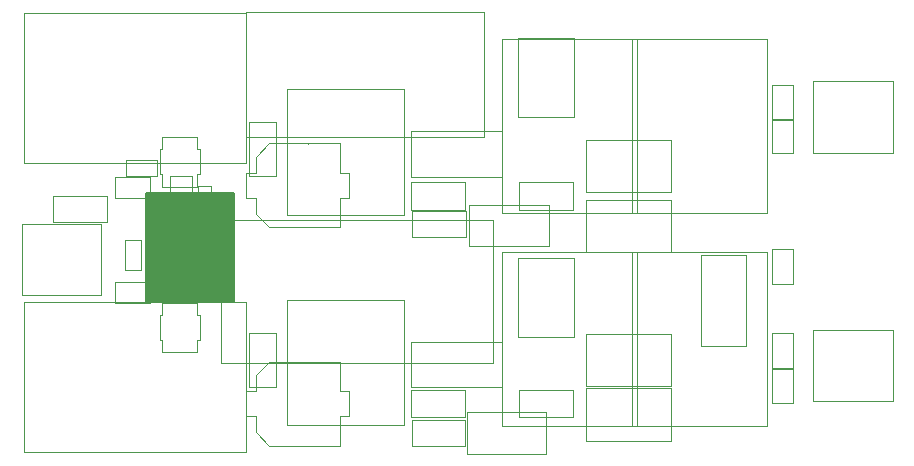
<source format=gbr>
%TF.GenerationSoftware,Altium Limited,Altium Designer,23.2.1 (34)*%
G04 Layer_Color=32768*
%FSLAX45Y45*%
%MOMM*%
%TF.SameCoordinates,30BCF74E-8D5C-4CB1-BD29-C8B6E5BAA9CA*%
%TF.FilePolarity,Positive*%
%TF.FileFunction,Other,Mechanical_15*%
%TF.Part,Single*%
G01*
G75*
%TA.AperFunction,NonConductor*%
%ADD46C,0.10000*%
%ADD47C,0.15240*%
%ADD86C,0.05000*%
G36*
X1263279Y1462720D02*
X2004959D01*
Y2387280D01*
X1263279D01*
Y1462720D01*
D02*
G37*
D46*
X4125300Y3728825D02*
Y3919700D01*
Y2860000D02*
Y3158075D01*
X3679225Y2860000D02*
X4125300D01*
X2112400Y2860000D02*
X2634675D01*
Y2796500D02*
Y2796500D01*
X2112400Y3700250D02*
Y3919700D01*
Y2860000D02*
Y3097750D01*
Y3700250D01*
X2634675Y2860000D02*
X3679225D01*
X4125300Y3158075D02*
Y3728825D01*
X2112400Y3919700D02*
X4125300Y3919700D01*
X1896500Y946500D02*
Y2151500D01*
Y946500D02*
X4201500D01*
Y2151500D01*
X1896500D02*
X4201500D01*
X4001500Y1931500D02*
Y2286500D01*
X4671500D01*
Y1931500D02*
Y2286500D01*
X4001500Y1931500D02*
X4671500D01*
X3981500Y171500D02*
X4651500D01*
Y526500D01*
X3981500D02*
X4651500D01*
X3981500Y171500D02*
Y526500D01*
D47*
X2004959Y1462720D02*
Y2387280D01*
X1263279D02*
X2004959D01*
X1263279Y1462720D02*
Y2387280D01*
Y1462720D02*
X2004959D01*
D86*
X1466000Y1557000D02*
Y1897000D01*
X1656000D01*
Y1557000D02*
Y1897000D01*
X1466000Y1557000D02*
X1656000D01*
X1815000Y1642000D02*
Y1877000D01*
X1705000Y1642000D02*
X1815000D01*
X1705000D02*
Y1877000D01*
X1815000D01*
X1705000Y2206500D02*
Y2441500D01*
X1815000D01*
Y2206500D02*
Y2441500D01*
X1705000Y2206500D02*
X1815000D01*
X1656000Y2186500D02*
Y2526500D01*
X1466000Y2186500D02*
X1656000D01*
X1466000D02*
Y2526500D01*
X1656000D01*
X230000Y3904000D02*
X2109000D01*
X230000Y2635000D02*
X2109000D01*
Y3904000D01*
X230000Y2635000D02*
Y3904000D01*
X1084500Y1728000D02*
Y1988000D01*
Y1728000D02*
X1224500D01*
Y1988000D01*
X1084500D02*
X1224500D01*
X1096000Y2526000D02*
X1356000D01*
Y2666000D01*
X1096000D02*
X1356000D01*
X1096000Y2526000D02*
Y2666000D01*
X6560500Y3002080D02*
Y3295920D01*
X6737500Y3002080D02*
Y3295920D01*
X6560500Y3002080D02*
X6737500D01*
X6560500Y3295920D02*
X6737500D01*
X230000Y1458000D02*
X2109000D01*
X230000Y189000D02*
X2109000D01*
Y1458000D01*
X230000Y189000D02*
Y1458000D01*
X5958000Y1087200D02*
X6340000D01*
X5958000Y1858800D02*
X6340000D01*
X5958000Y1087200D02*
Y1858800D01*
X6340000Y1087200D02*
Y1858800D01*
X4991500Y746500D02*
X5706500D01*
Y1191500D01*
X4991500D02*
X5706500D01*
X4991500Y746500D02*
Y1191500D01*
X1002080Y1627500D02*
X1295920D01*
X1002080Y1450500D02*
X1295920D01*
X1002080D02*
Y1627500D01*
X1295920Y1450500D02*
Y1627500D01*
Y2342500D02*
Y2519500D01*
X1002080Y2342500D02*
Y2519500D01*
Y2342500D02*
X1295920D01*
X1002080Y2519500D02*
X1295920D01*
X1379000Y1140500D02*
Y1350500D01*
X1400000Y1034500D02*
X1698000D01*
X1379000Y1140500D02*
X1400000D01*
Y1034500D02*
Y1140500D01*
X1719000D02*
Y1350500D01*
X1400000Y1456500D02*
X1698000D01*
Y1350500D02*
X1719000D01*
X1698000D02*
Y1456500D01*
X1379000Y1350500D02*
X1400000D01*
Y1456500D01*
X1698000Y1140500D02*
X1719000D01*
X1698000Y1034500D02*
Y1140500D01*
X1399999Y2754000D02*
Y2860000D01*
X1378999Y2754000D02*
X1399999D01*
X1697999Y2438000D02*
Y2544000D01*
X1718999D01*
X1399999Y2438000D02*
Y2544000D01*
X1378999D02*
X1399999D01*
Y2438000D02*
X1697999D01*
X1378999Y2544000D02*
Y2754000D01*
X1697999D02*
Y2860000D01*
Y2754000D02*
X1718999D01*
X1399999Y2860000D02*
X1697999D01*
X1718999Y2544000D02*
Y2754000D01*
X4274000Y1884000D02*
X5424000D01*
X4274000Y413999D02*
Y1884000D01*
Y413999D02*
X5424000D01*
Y1884000D01*
X5374000Y2214000D02*
X6524000D01*
Y3684000D01*
X5374000D02*
X6524000D01*
X5374000Y2214000D02*
Y3684000D01*
X4876500Y2244000D02*
Y2474000D01*
X4421500Y2244000D02*
X4876500D01*
X4421500D02*
Y2474000D01*
X4876500D01*
Y486500D02*
Y716500D01*
X4421500Y486500D02*
X4876500D01*
X4421500D02*
Y716500D01*
X4876500D01*
X4409000Y1161660D02*
Y1831661D01*
Y1161660D02*
X4889000D01*
Y1831661D01*
X4409000D02*
X4889000D01*
X4991500Y2389000D02*
X5706500D01*
Y2834000D01*
X4991500D02*
X5706500D01*
X4991500Y2389000D02*
Y2834000D01*
X4991500Y1883000D02*
Y2328000D01*
X5706499D01*
Y1883000D02*
Y2328000D01*
X4991500Y1883000D02*
X5706499D01*
X4991500Y286500D02*
X5706500D01*
Y731500D01*
X4991500D02*
X5706500D01*
X4991500Y286500D02*
Y731500D01*
X3965800Y484700D02*
Y716300D01*
X3504201Y484700D02*
Y716300D01*
Y484700D02*
X3965800D01*
X3504201Y716300D02*
X3965800D01*
X3514500Y459000D02*
X3966500D01*
X3514500Y239000D02*
Y459000D01*
Y239000D02*
X3966500D01*
Y459000D01*
X4276300Y740500D02*
Y1122500D01*
X3504700Y740500D02*
Y1122500D01*
Y740500D02*
X4276300D01*
X3504700Y1122500D02*
X4276300D01*
X3518500Y2233000D02*
X3970500D01*
X3518500Y2013000D02*
Y2233000D01*
Y2013000D02*
X3970500D01*
Y2233000D01*
X3965800Y2243200D02*
Y2474800D01*
X3504201Y2243200D02*
Y2474800D01*
Y2243200D02*
X3965800D01*
X3504201Y2474800D02*
X3965800D01*
X3504700Y2905500D02*
X4276300D01*
X3504700Y2523500D02*
X4276300D01*
X3504700D02*
Y2905500D01*
X4276300Y2523500D02*
Y2905500D01*
X4409000Y3694330D02*
X4889000D01*
Y3024330D02*
Y3694330D01*
X4409000Y3024330D02*
X4889000D01*
X4409000D02*
Y3694330D01*
X2457500Y416000D02*
X3446500D01*
Y1482000D01*
X2457500D02*
X3446500D01*
X2457500Y416000D02*
Y1482000D01*
X2454499Y2199000D02*
Y3265000D01*
X3443499D01*
Y2199000D02*
Y3265000D01*
X2454499Y2199000D02*
X3443499D01*
X6560500Y902080D02*
Y1195920D01*
X6737500Y902080D02*
Y1195920D01*
X6560500Y902080D02*
X6737500D01*
X6560500Y1195920D02*
X6737500D01*
X5374000Y413999D02*
X6524000D01*
Y1884000D01*
X5374000D02*
X6524000D01*
X5374000Y413999D02*
Y1884000D01*
X5424000Y2214000D02*
Y3684000D01*
X4274000Y2214000D02*
X5424000D01*
X4274000D02*
Y3684000D01*
X5424000D01*
X214000Y1520000D02*
Y2124000D01*
Y1520000D02*
X884000D01*
Y2124000D01*
X214000D02*
X884000D01*
X6914000Y620000D02*
X7584000D01*
X6914000D02*
Y1224000D01*
X7584000D01*
Y620000D02*
Y1224000D01*
X7583999Y2724310D02*
Y3328310D01*
X6913999D02*
X7583999D01*
X6913999Y2724310D02*
Y3328310D01*
Y2724310D02*
X7583999D01*
X6560500Y1907420D02*
X6737500D01*
X6560500Y1613580D02*
X6737500D01*
Y1907420D01*
X6560500Y1613580D02*
Y1907420D01*
X2134000Y2986500D02*
X2364000D01*
Y2531500D02*
Y2986500D01*
X2134000Y2531500D02*
X2364000D01*
X2134000D02*
Y2986500D01*
X2193999Y2206500D02*
Y2344000D01*
Y2206500D02*
X2306500Y2094000D01*
X2904000D01*
Y2344000D01*
Y2554000D02*
Y2804000D01*
X2306500D02*
X2904000D01*
X2193999Y2691500D02*
X2306500Y2804000D01*
X2193999Y2554000D02*
Y2691500D01*
X2114000Y2344000D02*
Y2554000D01*
Y2344000D02*
X2193999D01*
X2904000D02*
X2983999D01*
Y2554000D01*
X2904000D02*
X2983999D01*
X2114000D02*
X2193999D01*
X2134000Y1195500D02*
X2364000D01*
Y740500D02*
Y1195500D01*
X2134000Y740500D02*
X2364000D01*
X2134000D02*
Y1195500D01*
X6560500Y895920D02*
X6737500D01*
X6560500Y602080D02*
X6737500D01*
Y895920D01*
X6560500Y602080D02*
Y895920D01*
X930000Y2139000D02*
Y2359000D01*
X478000D02*
X930000D01*
X478000Y2139000D02*
Y2359000D01*
Y2139000D02*
X930000D01*
X2194000Y356600D02*
Y494100D01*
Y356600D02*
X2306500Y244100D01*
X2904000D01*
Y494100D01*
Y704100D02*
Y954100D01*
X2306500D02*
X2904000D01*
X2194000Y841600D02*
X2306500Y954100D01*
X2194000Y704100D02*
Y841600D01*
X2114000Y494100D02*
Y704100D01*
Y494100D02*
X2194000D01*
X2904000D02*
X2984000D01*
Y704100D01*
X2904000D02*
X2984000D01*
X2114000D02*
X2194000D01*
X6560500Y2720390D02*
Y3014230D01*
X6737500Y2720390D02*
Y3014230D01*
X6560500Y2720390D02*
X6737500D01*
X6560500Y3014230D02*
X6737500D01*
%TF.MD5,edb4d341b06d31be205a704b6f85e84e*%
M02*

</source>
